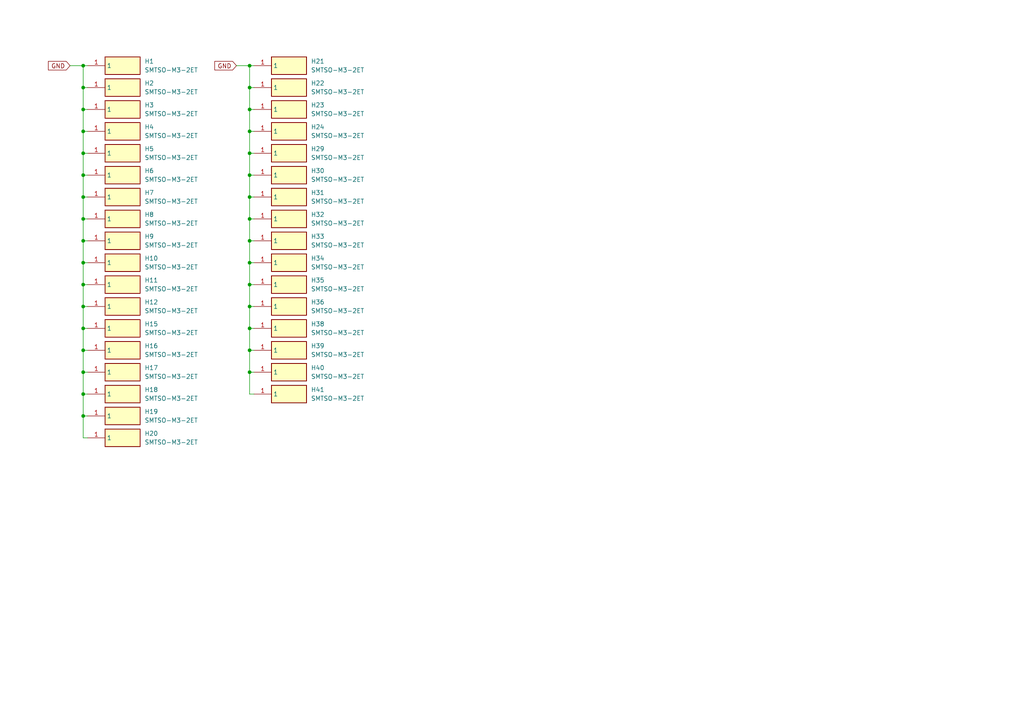
<source format=kicad_sch>
(kicad_sch (version 20230121) (generator eeschema)
  (paper "A4")
  (lib_symbols
    (symbol "9775026360R:9775026360R"
      (property "Reference" "H" (at 16.51 7.62 0))
      (property "Value" "9775026360R" (at 16.51 5.08 0))
      (symbol "9775026360R_1_1"
        (rectangle (start 5.08 2.54) (end 15.24 -2.54) (stroke (width 0.254)) (fill (type background)))
        (pin passive line (at 0 0 0) (length 5.08) (name "1") (number "1"))
      )
    )
  )
  (junction (at 24.13 19.05))
  (junction (at 24.13 88.9))
  (junction (at 24.13 57.15))
  (junction (at 24.13 25.4))
  (junction (at 72.39 76.2))
  (junction (at 24.13 38.1))
  (junction (at 72.39 107.95))
  (junction (at 24.13 101.6))
  (junction (at 72.39 57.15))
  (junction (at 24.13 114.3))
  (junction (at 24.13 82.55))
  (junction (at 72.39 19.05))
  (junction (at 24.13 107.95))
  (junction (at 72.39 31.75))
  (junction (at 72.39 25.4))
  (junction (at 24.13 120.65))
  (junction (at 24.13 31.75))
  (junction (at 72.39 63.5))
  (junction (at 72.39 69.85))
  (junction (at 72.39 88.9))
  (junction (at 24.13 69.85))
  (junction (at 72.39 101.6))
  (junction (at 72.39 82.55))
  (junction (at 24.13 50.8))
  (junction (at 72.39 95.25))
  (junction (at 24.13 76.2))
  (junction (at 72.39 38.1))
  (junction (at 24.13 63.5))
  (junction (at 24.13 44.45))
  (junction (at 72.39 44.45))
  (junction (at 24.13 95.25))
  (junction (at 72.39 50.8))
  (wire (pts (xy 25.4 120.65) (xy 24.13 120.65)))
  (wire (pts (xy 25.4 107.95) (xy 24.13 107.95)))
  (wire (pts (xy 24.13 19.05) (xy 25.4 19.05)))
  (wire (pts (xy 24.13 38.1) (xy 24.13 31.75)))
  (wire (pts (xy 73.66 25.4) (xy 72.39 25.4)))
  (wire (pts (xy 73.66 63.5) (xy 72.39 63.5)))
  (wire (pts (xy 72.39 19.05) (xy 73.66 19.05)))
  (wire (pts (xy 24.13 127) (xy 24.13 120.65)))
  (wire (pts (xy 25.4 114.3) (xy 24.13 114.3)))
  (wire (pts (xy 72.39 57.15) (xy 72.39 50.8)))
  (wire (pts (xy 73.66 88.9) (xy 72.39 88.9)))
  (wire (pts (xy 73.66 50.8) (xy 72.39 50.8)))
  (wire (pts (xy 72.39 82.55) (xy 72.39 76.2)))
  (wire (pts (xy 72.39 25.4) (xy 72.39 31.75)))
  (wire (pts (xy 73.66 76.2) (xy 72.39 76.2)))
  (wire (pts (xy 24.13 101.6) (xy 24.13 95.25)))
  (wire (pts (xy 25.4 63.5) (xy 24.13 63.5)))
  (wire (pts (xy 24.13 114.3) (xy 24.13 107.95)))
  (wire (pts (xy 24.13 50.8) (xy 24.13 44.45)))
  (wire (pts (xy 73.66 82.55) (xy 72.39 82.55)))
  (wire (pts (xy 24.13 82.55) (xy 24.13 88.9)))
  (wire (pts (xy 25.4 88.9) (xy 24.13 88.9)))
  (wire (pts (xy 24.13 31.75) (xy 24.13 25.4)))
  (wire (pts (xy 24.13 88.9) (xy 24.13 95.25)))
  (wire (pts (xy 72.39 114.3) (xy 72.39 107.95)))
  (wire (pts (xy 24.13 44.45) (xy 24.13 38.1)))
  (wire (pts (xy 24.13 120.65) (xy 24.13 114.3)))
  (wire (pts (xy 68.58 19.05) (xy 72.39 19.05)))
  (wire (pts (xy 25.4 76.2) (xy 24.13 76.2)))
  (wire (pts (xy 25.4 31.75) (xy 24.13 31.75)))
  (wire (pts (xy 72.39 88.9) (xy 72.39 82.55)))
  (wire (pts (xy 25.4 82.55) (xy 24.13 82.55)))
  (wire (pts (xy 25.4 95.25) (xy 24.13 95.25)))
  (wire (pts (xy 25.4 127) (xy 24.13 127)))
  (wire (pts (xy 24.13 63.5) (xy 24.13 57.15)))
  (wire (pts (xy 73.66 44.45) (xy 72.39 44.45)))
  (wire (pts (xy 73.66 101.6) (xy 72.39 101.6)))
  (wire (pts (xy 20.32 19.05) (xy 24.13 19.05)))
  (wire (pts (xy 24.13 69.85) (xy 24.13 63.5)))
  (wire (pts (xy 73.66 95.25) (xy 72.39 95.25)))
  (wire (pts (xy 72.39 38.1) (xy 72.39 44.45)))
  (wire (pts (xy 25.4 25.4) (xy 24.13 25.4)))
  (wire (pts (xy 25.4 44.45) (xy 24.13 44.45)))
  (wire (pts (xy 73.66 57.15) (xy 72.39 57.15)))
  (wire (pts (xy 24.13 76.2) (xy 24.13 69.85)))
  (wire (pts (xy 72.39 88.9) (xy 72.39 95.25)))
  (wire (pts (xy 73.66 114.3) (xy 72.39 114.3)))
  (wire (pts (xy 25.4 69.85) (xy 24.13 69.85)))
  (wire (pts (xy 25.4 57.15) (xy 24.13 57.15)))
  (wire (pts (xy 73.66 107.95) (xy 72.39 107.95)))
  (wire (pts (xy 72.39 44.45) (xy 72.39 50.8)))
  (wire (pts (xy 25.4 50.8) (xy 24.13 50.8)))
  (wire (pts (xy 25.4 101.6) (xy 24.13 101.6)))
  (wire (pts (xy 25.4 38.1) (xy 24.13 38.1)))
  (wire (pts (xy 24.13 25.4) (xy 24.13 19.05)))
  (wire (pts (xy 72.39 31.75) (xy 72.39 38.1)))
  (wire (pts (xy 72.39 19.05) (xy 72.39 25.4)))
  (wire (pts (xy 73.66 31.75) (xy 72.39 31.75)))
  (wire (pts (xy 72.39 76.2) (xy 72.39 69.85)))
  (wire (pts (xy 24.13 57.15) (xy 24.13 50.8)))
  (wire (pts (xy 72.39 101.6) (xy 72.39 95.25)))
  (wire (pts (xy 72.39 69.85) (xy 72.39 63.5)))
  (wire (pts (xy 73.66 38.1) (xy 72.39 38.1)))
  (wire (pts (xy 73.66 69.85) (xy 72.39 69.85)))
  (wire (pts (xy 24.13 76.2) (xy 24.13 82.55)))
  (wire (pts (xy 24.13 107.95) (xy 24.13 101.6)))
  (wire (pts (xy 72.39 63.5) (xy 72.39 57.15)))
  (wire (pts (xy 72.39 107.95) (xy 72.39 101.6)))
  (global_label "GND" (shape input) (at 20.32 19.05 180) (property "Intersheetrefs" "${INTERSHEET_REFS}" (effects hide)))
  (global_label "GND" (shape input) (at 68.58 19.05 180) (property "Intersheetrefs" "${INTERSHEET_REFS}" (effects hide)))
  (symbol (lib_id "9775026360R:9775026360R") (at 25.4 50.8 0) (unit 1)
    (property "Reference" "H6" (at 41.91 49.53 0) (effects (justify left)))
    (property "Value" "SMTSO-M3-2ET" (at 41.91 52.07 0) (effects (justify left)))
    (property "Footprint" "Footprints:SMTSO-M3-2ET" (effects hide))
    (property "Mouser Part Number" "153-SMTSO-M3-2ET" (effects hide))
    (property "Mouser Price/Stock" "https://www.mouser.de/ProductDetail/153-SMTSO-M3-2ET" (effects hide))
    (property "Manufacturer_Name" "PEM" (effects hide))
    (property "Manufacturer_Part_Number" "SMTSO-M3-2ET" (effects hide))
    (property "Placed" "True" (effects hide))
  )
  (symbol (lib_id "9775026360R:9775026360R") (at 25.4 127 0) (unit 1)
    (property "Reference" "H20" (at 41.91 125.73 0) (effects (justify left)))
    (property "Value" "SMTSO-M3-2ET" (at 41.91 128.27 0) (effects (justify left)))
    (property "Footprint" "Footprints:SMTSO-M3-2ET" (effects hide))
    (property "Mouser Part Number" "153-SMTSO-M3-2ET" (effects hide))
    (property "Mouser Price/Stock" "https://www.mouser.de/ProductDetail/153-SMTSO-M3-2ET" (effects hide))
    (property "Manufacturer_Name" "PEM" (effects hide))
    (property "Manufacturer_Part_Number" "SMTSO-M3-2ET" (effects hide))
    (property "Placed" "True" (effects hide))
  )
  (symbol (lib_id "9775026360R:9775026360R") (at 73.66 44.45 0) (unit 1)
    (property "Reference" "H29" (at 90.17 43.18 0) (effects (justify left)))
    (property "Value" "SMTSO-M3-2ET" (at 90.17 45.72 0) (effects (justify left)))
    (property "Footprint" "Footprints:SMTSO-M3-2ET" (effects hide))
    (property "Mouser Part Number" "153-SMTSO-M3-2ET" (effects hide))
    (property "Mouser Price/Stock" "https://www.mouser.de/ProductDetail/153-SMTSO-M3-2ET" (effects hide))
    (property "Manufacturer_Name" "PEM" (effects hide))
    (property "Manufacturer_Part_Number" "SMTSO-M3-2ET" (effects hide))
    (property "Placed" "True" (effects hide))
  )
  (symbol (lib_id "9775026360R:9775026360R") (at 25.4 57.15 0) (unit 1)
    (property "Reference" "H7" (at 41.91 55.88 0) (effects (justify left)))
    (property "Value" "SMTSO-M3-2ET" (at 41.91 58.42 0) (effects (justify left)))
    (property "Footprint" "Footprints:SMTSO-M3-2ET" (effects hide))
    (property "Mouser Part Number" "153-SMTSO-M3-2ET" (effects hide))
    (property "Mouser Price/Stock" "https://www.mouser.de/ProductDetail/153-SMTSO-M3-2ET" (effects hide))
    (property "Manufacturer_Name" "PEM" (effects hide))
    (property "Manufacturer_Part_Number" "SMTSO-M3-2ET" (effects hide))
    (property "Placed" "True" (effects hide))
  )
  (symbol (lib_id "9775026360R:9775026360R") (at 25.4 114.3 0) (unit 1)
    (property "Reference" "H18" (at 41.91 113.03 0) (effects (justify left)))
    (property "Value" "SMTSO-M3-2ET" (at 41.91 115.57 0) (effects (justify left)))
    (property "Footprint" "Footprints:SMTSO-M3-2ET" (effects hide))
    (property "Mouser Part Number" "153-SMTSO-M3-2ET" (effects hide))
    (property "Mouser Price/Stock" "https://www.mouser.de/ProductDetail/153-SMTSO-M3-2ET" (effects hide))
    (property "Manufacturer_Name" "PEM" (effects hide))
    (property "Manufacturer_Part_Number" "SMTSO-M3-2ET" (effects hide))
    (property "Placed" "True" (effects hide))
  )
  (symbol (lib_id "9775026360R:9775026360R") (at 73.66 95.25 0) (unit 1)
    (property "Reference" "H38" (at 90.17 93.98 0) (effects (justify left)))
    (property "Value" "SMTSO-M3-2ET" (at 90.17 96.52 0) (effects (justify left)))
    (property "Footprint" "Footprints:SMTSO-M3-2ET" (effects hide))
    (property "Mouser Part Number" "153-SMTSO-M3-2ET" (effects hide))
    (property "Mouser Price/Stock" "https://www.mouser.de/ProductDetail/153-SMTSO-M3-2ET" (effects hide))
    (property "Manufacturer_Name" "PEM" (effects hide))
    (property "Manufacturer_Part_Number" "SMTSO-M3-2ET" (effects hide))
    (property "Placed" "True" (effects hide))
  )
  (symbol (lib_id "9775026360R:9775026360R") (at 73.66 76.2 0) (unit 1)
    (property "Reference" "H34" (at 90.17 74.93 0) (effects (justify left)))
    (property "Value" "SMTSO-M3-2ET" (at 90.17 77.47 0) (effects (justify left)))
    (property "Footprint" "Footprints:SMTSO-M3-2ET" (effects hide))
    (property "Mouser Part Number" "153-SMTSO-M3-2ET" (effects hide))
    (property "Mouser Price/Stock" "https://www.mouser.de/ProductDetail/153-SMTSO-M3-2ET" (effects hide))
    (property "Manufacturer_Name" "PEM" (effects hide))
    (property "Manufacturer_Part_Number" "SMTSO-M3-2ET" (effects hide))
    (property "Placed" "True" (effects hide))
  )
  (symbol (lib_id "9775026360R:9775026360R") (at 73.66 114.3 0) (unit 1)
    (property "Reference" "H41" (at 90.17 113.03 0) (effects (justify left)))
    (property "Value" "SMTSO-M3-2ET" (at 90.17 115.57 0) (effects (justify left)))
    (property "Footprint" "Footprints:SMTSO-M3-2ET" (effects hide))
    (property "Mouser Part Number" "153-SMTSO-M3-2ET" (effects hide))
    (property "Mouser Price/Stock" "https://www.mouser.de/ProductDetail/153-SMTSO-M3-2ET" (effects hide))
    (property "Manufacturer_Name" "PEM" (effects hide))
    (property "Manufacturer_Part_Number" "SMTSO-M3-2ET" (effects hide))
    (property "Placed" "True" (effects hide))
  )
  (symbol (lib_id "9775026360R:9775026360R") (at 73.66 38.1 0) (unit 1)
    (property "Reference" "H24" (at 90.17 36.83 0) (effects (justify left)))
    (property "Value" "SMTSO-M3-2ET" (at 90.17 39.37 0) (effects (justify left)))
    (property "Footprint" "Footprints:SMTSO-M3-2ET" (effects hide))
    (property "Mouser Part Number" "153-SMTSO-M3-2ET" (effects hide))
    (property "Mouser Price/Stock" "https://www.mouser.de/ProductDetail/153-SMTSO-M3-2ET" (effects hide))
    (property "Manufacturer_Name" "PEM" (effects hide))
    (property "Manufacturer_Part_Number" "SMTSO-M3-2ET" (effects hide))
    (property "Placed" "True" (effects hide))
  )
  (symbol (lib_id "9775026360R:9775026360R") (at 25.4 25.4 0) (unit 1)
    (property "Reference" "H2" (at 41.91 24.13 0) (effects (justify left)))
    (property "Value" "SMTSO-M3-2ET" (at 41.91 26.67 0) (effects (justify left)))
    (property "Footprint" "Footprints:SMTSO-M3-2ET" (effects hide))
    (property "Mouser Part Number" "153-SMTSO-M3-2ET" (effects hide))
    (property "Mouser Price/Stock" "https://www.mouser.de/ProductDetail/153-SMTSO-M3-2ET" (effects hide))
    (property "Manufacturer_Name" "PEM" (effects hide))
    (property "Manufacturer_Part_Number" "SMTSO-M3-2ET" (effects hide))
    (property "Placed" "True" (effects hide))
  )
  (symbol (lib_id "9775026360R:9775026360R") (at 73.66 31.75 0) (unit 1)
    (property "Reference" "H23" (at 90.17 30.48 0) (effects (justify left)))
    (property "Value" "SMTSO-M3-2ET" (at 90.17 33.02 0) (effects (justify left)))
    (property "Footprint" "Footprints:SMTSO-M3-2ET" (effects hide))
    (property "Mouser Part Number" "153-SMTSO-M3-2ET" (effects hide))
    (property "Mouser Price/Stock" "https://www.mouser.de/ProductDetail/153-SMTSO-M3-2ET" (effects hide))
    (property "Manufacturer_Name" "PEM" (effects hide))
    (property "Manufacturer_Part_Number" "SMTSO-M3-2ET" (effects hide))
    (property "Placed" "True" (effects hide))
  )
  (symbol (lib_id "9775026360R:9775026360R") (at 25.4 19.05 0) (unit 1)
    (property "Reference" "H1" (at 41.91 17.78 0) (effects (justify left)))
    (property "Value" "SMTSO-M3-2ET" (at 41.91 20.32 0) (effects (justify left)))
    (property "Footprint" "Footprints:SMTSO-M3-2ET" (effects hide))
    (property "Mouser Part Number" "153-SMTSO-M3-2ET" (effects hide))
    (property "Mouser Price/Stock" "https://www.mouser.de/ProductDetail/153-SMTSO-M3-2ET" (effects hide))
    (property "Manufacturer_Name" "PEM" (effects hide))
    (property "Manufacturer_Part_Number" "SMTSO-M3-2ET" (effects hide))
    (property "Placed" "True" (effects hide))
  )
  (symbol (lib_id "9775026360R:9775026360R") (at 25.4 101.6 0) (unit 1)
    (property "Reference" "H16" (at 41.91 100.33 0) (effects (justify left)))
    (property "Value" "SMTSO-M3-2ET" (at 41.91 102.87 0) (effects (justify left)))
    (property "Footprint" "Footprints:SMTSO-M3-2ET" (effects hide))
    (property "Mouser Part Number" "153-SMTSO-M3-2ET" (effects hide))
    (property "Mouser Price/Stock" "https://www.mouser.de/ProductDetail/153-SMTSO-M3-2ET" (effects hide))
    (property "Manufacturer_Name" "PEM" (effects hide))
    (property "Manufacturer_Part_Number" "SMTSO-M3-2ET" (effects hide))
    (property "Placed" "True" (effects hide))
  )
  (symbol (lib_id "9775026360R:9775026360R") (at 25.4 31.75 0) (unit 1)
    (property "Reference" "H3" (at 41.91 30.48 0) (effects (justify left)))
    (property "Value" "SMTSO-M3-2ET" (at 41.91 33.02 0) (effects (justify left)))
    (property "Footprint" "Footprints:SMTSO-M3-2ET" (effects hide))
    (property "Mouser Part Number" "153-SMTSO-M3-2ET" (effects hide))
    (property "Mouser Price/Stock" "https://www.mouser.de/ProductDetail/153-SMTSO-M3-2ET" (effects hide))
    (property "Manufacturer_Name" "PEM" (effects hide))
    (property "Manufacturer_Part_Number" "SMTSO-M3-2ET" (effects hide))
    (property "Placed" "True" (effects hide))
  )
  (symbol (lib_id "9775026360R:9775026360R") (at 25.4 69.85 0) (unit 1)
    (property "Reference" "H9" (at 41.91 68.58 0) (effects (justify left)))
    (property "Value" "SMTSO-M3-2ET" (at 41.91 71.12 0) (effects (justify left)))
    (property "Footprint" "Footprints:SMTSO-M3-2ET" (effects hide))
    (property "Mouser Part Number" "153-SMTSO-M3-2ET" (effects hide))
    (property "Mouser Price/Stock" "https://www.mouser.de/ProductDetail/153-SMTSO-M3-2ET" (effects hide))
    (property "Manufacturer_Name" "PEM" (effects hide))
    (property "Manufacturer_Part_Number" "SMTSO-M3-2ET" (effects hide))
    (property "Placed" "True" (effects hide))
  )
  (symbol (lib_id "9775026360R:9775026360R") (at 73.66 107.95 0) (unit 1)
    (property "Reference" "H40" (at 90.17 106.68 0) (effects (justify left)))
    (property "Value" "SMTSO-M3-2ET" (at 90.17 109.22 0) (effects (justify left)))
    (property "Footprint" "Footprints:SMTSO-M3-2ET" (effects hide))
    (property "Mouser Part Number" "153-SMTSO-M3-2ET" (effects hide))
    (property "Mouser Price/Stock" "https://www.mouser.de/ProductDetail/153-SMTSO-M3-2ET" (effects hide))
    (property "Manufacturer_Name" "PEM" (effects hide))
    (property "Manufacturer_Part_Number" "SMTSO-M3-2ET" (effects hide))
    (property "Placed" "True" (effects hide))
  )
  (symbol (lib_id "9775026360R:9775026360R") (at 25.4 107.95 0) (unit 1)
    (property "Reference" "H17" (at 41.91 106.68 0) (effects (justify left)))
    (property "Value" "SMTSO-M3-2ET" (at 41.91 109.22 0) (effects (justify left)))
    (property "Footprint" "Footprints:SMTSO-M3-2ET" (effects hide))
    (property "Mouser Part Number" "153-SMTSO-M3-2ET" (effects hide))
    (property "Mouser Price/Stock" "https://www.mouser.de/ProductDetail/153-SMTSO-M3-2ET" (effects hide))
    (property "Manufacturer_Name" "PEM" (effects hide))
    (property "Manufacturer_Part_Number" "SMTSO-M3-2ET" (effects hide))
    (property "Placed" "True" (effects hide))
  )
  (symbol (lib_id "9775026360R:9775026360R") (at 25.4 44.45 0) (unit 1)
    (property "Reference" "H5" (at 41.91 43.18 0) (effects (justify left)))
    (property "Value" "SMTSO-M3-2ET" (at 41.91 45.72 0) (effects (justify left)))
    (property "Footprint" "Footprints:SMTSO-M3-2ET" (effects hide))
    (property "Mouser Part Number" "153-SMTSO-M3-2ET" (effects hide))
    (property "Mouser Price/Stock" "https://www.mouser.de/ProductDetail/153-SMTSO-M3-2ET" (effects hide))
    (property "Manufacturer_Name" "PEM" (effects hide))
    (property "Manufacturer_Part_Number" "SMTSO-M3-2ET" (effects hide))
    (property "Placed" "True" (effects hide))
  )
  (symbol (lib_id "9775026360R:9775026360R") (at 73.66 19.05 0) (unit 1)
    (property "Reference" "H21" (at 90.17 17.78 0) (effects (justify left)))
    (property "Value" "SMTSO-M3-2ET" (at 90.17 20.32 0) (effects (justify left)))
    (property "Footprint" "Footprints:SMTSO-M3-2ET" (effects hide))
    (property "Mouser Part Number" "153-SMTSO-M3-2ET" (effects hide))
    (property "Mouser Price/Stock" "https://www.mouser.de/ProductDetail/153-SMTSO-M3-2ET" (effects hide))
    (property "Manufacturer_Name" "PEM" (effects hide))
    (property "Manufacturer_Part_Number" "SMTSO-M3-2ET" (effects hide))
    (property "Placed" "True" (effects hide))
  )
  (symbol (lib_id "9775026360R:9775026360R") (at 25.4 95.25 0) (unit 1)
    (property "Reference" "H15" (at 41.91 93.98 0) (effects (justify left)))
    (property "Value" "SMTSO-M3-2ET" (at 41.91 96.52 0) (effects (justify left)))
    (property "Footprint" "Footprints:SMTSO-M3-2ET" (effects hide))
    (property "Mouser Part Number" "153-SMTSO-M3-2ET" (effects hide))
    (property "Mouser Price/Stock" "https://www.mouser.de/ProductDetail/153-SMTSO-M3-2ET" (effects hide))
    (property "Manufacturer_Name" "PEM" (effects hide))
    (property "Manufacturer_Part_Number" "SMTSO-M3-2ET" (effects hide))
    (property "Placed" "True" (effects hide))
  )
  (symbol (lib_id "9775026360R:9775026360R") (at 73.66 63.5 0) (unit 1)
    (property "Reference" "H32" (at 90.17 62.23 0) (effects (justify left)))
    (property "Value" "SMTSO-M3-2ET" (at 90.17 64.77 0) (effects (justify left)))
    (property "Footprint" "Footprints:SMTSO-M3-2ET" (effects hide))
    (property "Mouser Part Number" "153-SMTSO-M3-2ET" (effects hide))
    (property "Mouser Price/Stock" "https://www.mouser.de/ProductDetail/153-SMTSO-M3-2ET" (effects hide))
    (property "Manufacturer_Name" "PEM" (effects hide))
    (property "Manufacturer_Part_Number" "SMTSO-M3-2ET" (effects hide))
    (property "Placed" "True" (effects hide))
  )
  (symbol (lib_id "9775026360R:9775026360R") (at 73.66 50.8 0) (unit 1)
    (property "Reference" "H30" (at 90.17 49.53 0) (effects (justify left)))
    (property "Value" "SMTSO-M3-2ET" (at 90.17 52.07 0) (effects (justify left)))
    (property "Footprint" "Footprints:SMTSO-M3-2ET" (effects hide))
    (property "Mouser Part Number" "153-SMTSO-M3-2ET" (effects hide))
    (property "Mouser Price/Stock" "https://www.mouser.de/ProductDetail/153-SMTSO-M3-2ET" (effects hide))
    (property "Manufacturer_Name" "PEM" (effects hide))
    (property "Manufacturer_Part_Number" "SMTSO-M3-2ET" (effects hide))
    (property "Placed" "True" (effects hide))
  )
  (symbol (lib_id "9775026360R:9775026360R") (at 25.4 76.2 0) (unit 1)
    (property "Reference" "H10" (at 41.91 74.93 0) (effects (justify left)))
    (property "Value" "SMTSO-M3-2ET" (at 41.91 77.47 0) (effects (justify left)))
    (property "Footprint" "Footprints:SMTSO-M3-2ET" (effects hide))
    (property "Mouser Part Number" "153-SMTSO-M3-2ET" (effects hide))
    (property "Mouser Price/Stock" "https://www.mouser.de/ProductDetail/153-SMTSO-M3-2ET" (effects hide))
    (property "Manufacturer_Name" "PEM" (effects hide))
    (property "Manufacturer_Part_Number" "SMTSO-M3-2ET" (effects hide))
    (property "Placed" "True" (effects hide))
  )
  (symbol (lib_id "9775026360R:9775026360R") (at 25.4 88.9 0) (unit 1)
    (property "Reference" "H12" (at 41.91 87.63 0) (effects (justify left)))
    (property "Value" "SMTSO-M3-2ET" (at 41.91 90.17 0) (effects (justify left)))
    (property "Footprint" "Footprints:SMTSO-M3-2ET" (effects hide))
    (property "Mouser Part Number" "153-SMTSO-M3-2ET" (effects hide))
    (property "Mouser Price/Stock" "https://www.mouser.de/ProductDetail/153-SMTSO-M3-2ET" (effects hide))
    (property "Manufacturer_Name" "PEM" (effects hide))
    (property "Manufacturer_Part_Number" "SMTSO-M3-2ET" (effects hide))
    (property "Placed" "True" (effects hide))
  )
  (symbol (lib_id "9775026360R:9775026360R") (at 73.66 57.15 0) (unit 1)
    (property "Reference" "H31" (at 90.17 55.88 0) (effects (justify left)))
    (property "Value" "SMTSO-M3-2ET" (at 90.17 58.42 0) (effects (justify left)))
    (property "Footprint" "Footprints:SMTSO-M3-2ET" (effects hide))
    (property "Mouser Part Number" "153-SMTSO-M3-2ET" (effects hide))
    (property "Mouser Price/Stock" "https://www.mouser.de/ProductDetail/153-SMTSO-M3-2ET" (effects hide))
    (property "Manufacturer_Name" "PEM" (effects hide))
    (property "Manufacturer_Part_Number" "SMTSO-M3-2ET" (effects hide))
    (property "Placed" "True" (effects hide))
  )
  (symbol (lib_id "9775026360R:9775026360R") (at 73.66 88.9 0) (unit 1)
    (property "Reference" "H36" (at 90.17 87.63 0) (effects (justify left)))
    (property "Value" "SMTSO-M3-2ET" (at 90.17 90.17 0) (effects (justify left)))
    (property "Footprint" "Footprints:SMTSO-M3-2ET" (effects hide))
    (property "Mouser Part Number" "153-SMTSO-M3-2ET" (effects hide))
    (property "Mouser Price/Stock" "https://www.mouser.de/ProductDetail/153-SMTSO-M3-2ET" (effects hide))
    (property "Manufacturer_Name" "PEM" (effects hide))
    (property "Manufacturer_Part_Number" "SMTSO-M3-2ET" (effects hide))
    (property "Placed" "True" (effects hide))
  )
  (symbol (lib_id "9775026360R:9775026360R") (at 73.66 82.55 0) (unit 1)
    (property "Reference" "H35" (at 90.17 81.28 0) (effects (justify left)))
    (property "Value" "SMTSO-M3-2ET" (at 90.17 83.82 0) (effects (justify left)))
    (property "Footprint" "Footprints:SMTSO-M3-2ET" (effects hide))
    (property "Mouser Part Number" "153-SMTSO-M3-2ET" (effects hide))
    (property "Mouser Price/Stock" "https://www.mouser.de/ProductDetail/153-SMTSO-M3-2ET" (effects hide))
    (property "Manufacturer_Name" "PEM" (effects hide))
    (property "Manufacturer_Part_Number" "SMTSO-M3-2ET" (effects hide))
    (property "Placed" "True" (effects hide))
  )
  (symbol (lib_id "9775026360R:9775026360R") (at 73.66 69.85 0) (unit 1)
    (property "Reference" "H33" (at 90.17 68.58 0) (effects (justify left)))
    (property "Value" "SMTSO-M3-2ET" (at 90.17 71.12 0) (effects (justify left)))
    (property "Footprint" "Footprints:SMTSO-M3-2ET" (effects hide))
    (property "Mouser Part Number" "153-SMTSO-M3-2ET" (effects hide))
    (property "Mouser Price/Stock" "https://www.mouser.de/ProductDetail/153-SMTSO-M3-2ET" (effects hide))
    (property "Manufacturer_Name" "PEM" (effects hide))
    (property "Manufacturer_Part_Number" "SMTSO-M3-2ET" (effects hide))
    (property "Placed" "True" (effects hide))
  )
  (symbol (lib_id "9775026360R:9775026360R") (at 73.66 101.6 0) (unit 1)
    (property "Reference" "H39" (at 90.17 100.33 0) (effects (justify left)))
    (property "Value" "SMTSO-M3-2ET" (at 90.17 102.87 0) (effects (justify left)))
    (property "Footprint" "Footprints:SMTSO-M3-2ET" (effects hide))
    (property "Mouser Part Number" "153-SMTSO-M3-2ET" (effects hide))
    (property "Mouser Price/Stock" "https://www.mouser.de/ProductDetail/153-SMTSO-M3-2ET" (effects hide))
    (property "Manufacturer_Name" "PEM" (effects hide))
    (property "Manufacturer_Part_Number" "SMTSO-M3-2ET" (effects hide))
    (property "Placed" "True" (effects hide))
  )
  (symbol (lib_id "9775026360R:9775026360R") (at 25.4 38.1 0) (unit 1)
    (property "Reference" "H4" (at 41.91 36.83 0) (effects (justify left)))
    (property "Value" "SMTSO-M3-2ET" (at 41.91 39.37 0) (effects (justify left)))
    (property "Footprint" "Footprints:SMTSO-M3-2ET" (effects hide))
    (property "Mouser Part Number" "153-SMTSO-M3-2ET" (effects hide))
    (property "Mouser Price/Stock" "https://www.mouser.de/ProductDetail/153-SMTSO-M3-2ET" (effects hide))
    (property "Manufacturer_Name" "PEM" (effects hide))
    (property "Manufacturer_Part_Number" "SMTSO-M3-2ET" (effects hide))
    (property "Placed" "True" (effects hide))
  )
  (symbol (lib_id "9775026360R:9775026360R") (at 25.4 82.55 0) (unit 1)
    (property "Reference" "H11" (at 41.91 81.28 0) (effects (justify left)))
    (property "Value" "SMTSO-M3-2ET" (at 41.91 83.82 0) (effects (justify left)))
    (property "Footprint" "Footprints:SMTSO-M3-2ET" (effects hide))
    (property "Mouser Part Number" "153-SMTSO-M3-2ET" (effects hide))
    (property "Mouser Price/Stock" "https://www.mouser.de/ProductDetail/153-SMTSO-M3-2ET" (effects hide))
    (property "Manufacturer_Name" "PEM" (effects hide))
    (property "Manufacturer_Part_Number" "SMTSO-M3-2ET" (effects hide))
    (property "Placed" "True" (effects hide))
  )
  (symbol (lib_id "9775026360R:9775026360R") (at 25.4 63.5 0) (unit 1)
    (property "Reference" "H8" (at 41.91 62.23 0) (effects (justify left)))
    (property "Value" "SMTSO-M3-2ET" (at 41.91 64.77 0) (effects (justify left)))
    (property "Footprint" "Footprints:SMTSO-M3-2ET" (effects hide))
    (property "Mouser Part Number" "153-SMTSO-M3-2ET" (effects hide))
    (property "Mouser Price/Stock" "https://www.mouser.de/ProductDetail/153-SMTSO-M3-2ET" (effects hide))
    (property "Manufacturer_Name" "PEM" (effects hide))
    (property "Manufacturer_Part_Number" "SMTSO-M3-2ET" (effects hide))
    (property "Placed" "True" (effects hide))
  )
  (symbol (lib_id "9775026360R:9775026360R") (at 73.66 25.4 0) (unit 1)
    (property "Reference" "H22" (at 90.17 24.13 0) (effects (justify left)))
    (property "Value" "SMTSO-M3-2ET" (at 90.17 26.67 0) (effects (justify left)))
    (property "Footprint" "Footprints:SMTSO-M3-2ET" (effects hide))
    (property "Mouser Part Number" "153-SMTSO-M3-2ET" (effects hide))
    (property "Mouser Price/Stock" "https://www.mouser.de/ProductDetail/153-SMTSO-M3-2ET" (effects hide))
    (property "Manufacturer_Name" "PEM" (effects hide))
    (property "Manufacturer_Part_Number" "SMTSO-M3-2ET" (effects hide))
    (property "Placed" "True" (effects hide))
  )
  (symbol (lib_id "9775026360R:9775026360R") (at 25.4 120.65 0) (unit 1)
    (property "Reference" "H19" (at 41.91 119.38 0) (effects (justify left)))
    (property "Value" "SMTSO-M3-2ET" (at 41.91 121.92 0) (effects (justify left)))
    (property "Footprint" "Footprints:SMTSO-M3-2ET" (effects hide))
    (property "Mouser Part Number" "153-SMTSO-M3-2ET" (effects hide))
    (property "Mouser Price/Stock" "https://www.mouser.de/ProductDetail/153-SMTSO-M3-2ET" (effects hide))
    (property "Manufacturer_Name" "PEM" (effects hide))
    (property "Manufacturer_Part_Number" "SMTSO-M3-2ET" (effects hide))
    (property "Placed" "True" (effects hide))
  )
)
</source>
